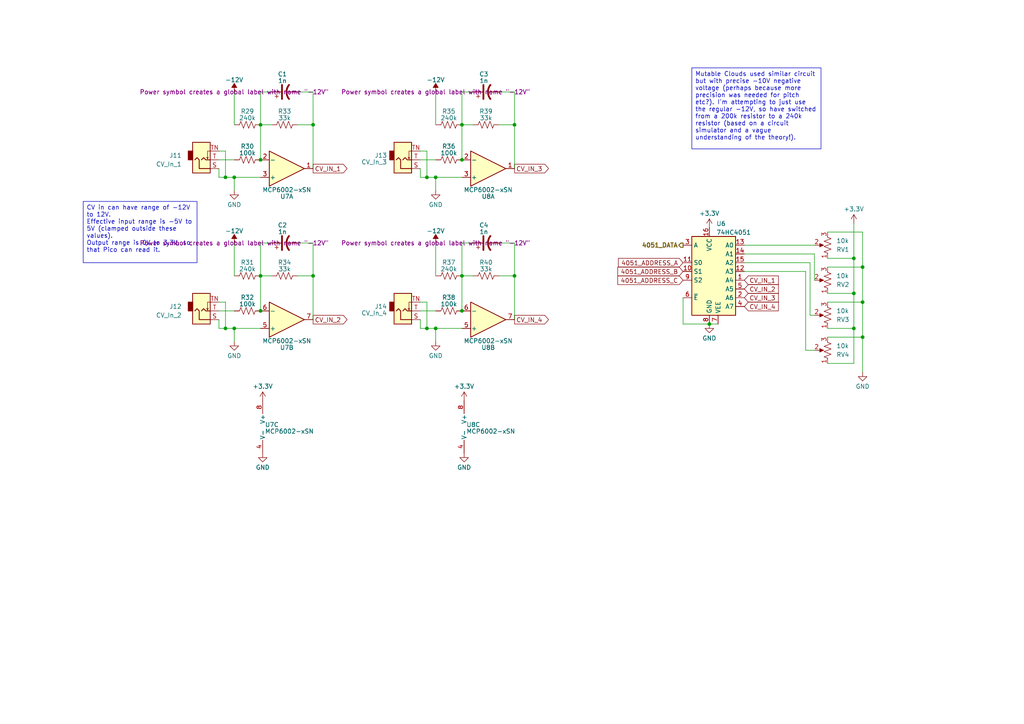
<source format=kicad_sch>
(kicad_sch (version 20250114) (generator "eeschema") (generator_version "9.0")
  (paper "A4")
  (lib_symbols
    (symbol "74xx:74HC4051"
      (property "Reference" "U" (at -5.08 11.43 0))
      (property "Value" "74HC4051" (at -7.62 -13.97 0))
      (symbol "74HC4051_0_1"
        (rectangle (start -5.08 10.16) (end 7.62 -12.7) (stroke (width 0.254)) (fill (type background)))
      )
      (symbol "74HC4051_1_1"
        (pin passive line (at -7.62 7.62 0) (length 2.54) (name "A") (number "3"))
        (pin input line (at -7.62 2.54 0) (length 2.54) (name "S0") (number "11"))
        (pin input line (at -7.62 0 0) (length 2.54) (name "S1") (number "10"))
        (pin input line (at -7.62 -2.54 0) (length 2.54) (name "S2") (number "9"))
        (pin input line (at -7.62 -7.62 0) (length 2.54) (name "~{E}") (number "6"))
        (pin power_in line (at 0 12.7 270) (length 2.54) (name "VCC") (number "16"))
        (pin power_in line (at 0 -15.24 90) (length 2.54) (name "GND") (number "8"))
        (pin power_in line (at 2.54 -15.24 90) (length 2.54) (name "VEE") (number "7"))
        (pin passive line (at 10.16 7.62 180) (length 2.54) (name "A0") (number "13"))
        (pin passive line (at 10.16 5.08 180) (length 2.54) (name "A1") (number "14"))
        (pin passive line (at 10.16 2.54 180) (length 2.54) (name "A2") (number "15"))
        (pin passive line (at 10.16 0 180) (length 2.54) (name "A3") (number "12"))
        (pin passive line (at 10.16 -2.54 180) (length 2.54) (name "A4") (number "1"))
        (pin passive line (at 10.16 -5.08 180) (length 2.54) (name "A5") (number "5"))
        (pin passive line (at 10.16 -7.62 180) (length 2.54) (name "A6") (number "2"))
        (pin passive line (at 10.16 -10.16 180) (length 2.54) (name "A7") (number "4"))
      )
    )
    (symbol "Amplifier_Operational:MCP6002-xSN" (pin_names (offset 0.127))
      (property "Reference" "U" (at 0 5.08 0))
      (property "Value" "MCP6002-xSN" (at 0 -5.08 0))
      (symbol "MCP6002-xSN_1_1"
        (polyline (pts (xy -5.08 5.08) (xy 5.08 0) (xy -5.08 -5.08) (xy -5.08 5.08)) (stroke (width 0.254)) (fill (type background)))
        (pin input line (at -7.62 2.54 0) (length 2.54) (name "+") (number "3"))
        (pin input line (at -7.62 -2.54 0) (length 2.54) (name "-") (number "2"))
        (pin output line (at 7.62 0 180) (length 2.54) (name "~") (number "1"))
      )
      (symbol "MCP6002-xSN_2_1"
        (polyline (pts (xy -5.08 5.08) (xy 5.08 0) (xy -5.08 -5.08) (xy -5.08 5.08)) (stroke (width 0.254)) (fill (type background)))
        (pin input line (at -7.62 2.54 0) (length 2.54) (name "+") (number "5"))
        (pin input line (at -7.62 -2.54 0) (length 2.54) (name "-") (number "6"))
        (pin output line (at 7.62 0 180) (length 2.54) (name "~") (number "7"))
      )
      (symbol "MCP6002-xSN_3_1"
        (pin power_in line (at -2.54 7.62 270) (length 3.81) (name "V+") (number "8"))
        (pin power_in line (at -2.54 -7.62 90) (length 3.81) (name "V-") (number "4"))
      )
    )
    (symbol "Connector_Audio:AudioJack2_SwitchT"
      (property "Reference" "J" (at 0 8.89 0))
      (property "Value" "AudioJack2_SwitchT" (at 0 6.35 0))
      (symbol "AudioJack2_SwitchT_0_1"
        (rectangle (start -2.54 0) (end -3.81 -2.54) (stroke (width 0.254)) (fill (type outline)))
        (polyline (pts (xy 0 0) (xy 0.635 -0.635) (xy 1.27 0) (xy 2.54 0)) (stroke (width 0.254)))
        (polyline (pts (xy 1.778 -0.254) (xy 2.032 -0.762)))
        (rectangle (start 2.54 3.81) (end -2.54 -5.08) (stroke (width 0.254)) (fill (type background)))
        (polyline (pts (xy 2.54 2.54) (xy -0.635 2.54) (xy -0.635 0) (xy -1.27 -0.635) (xy -1.905 0)) (stroke (width 0.254)))
        (polyline (pts (xy 2.54 -2.54) (xy 1.778 -2.54) (xy 1.778 -0.254) (xy 1.524 -0.762)))
      )
      (symbol "AudioJack2_SwitchT_1_1"
        (pin passive line (at 5.08 2.54 180) (length 2.54) (name "~") (number "S"))
        (pin passive line (at 5.08 0 180) (length 2.54) (name "~") (number "T"))
        (pin passive line (at 5.08 -2.54 180) (length 2.54) (name "~") (number "TN"))
      )
    )
    (symbol "Device:C_Polarized_US" (pin_numbers (hide yes)) (pin_names (offset 0.254) (hide yes))
      (property "Reference" "C" (at 0.635 2.54 0))
      (property "Value" "C_Polarized_US" (at 0.635 -2.54 0))
      (symbol "C_Polarized_US_0_1"
        (polyline (pts (xy -2.032 0.762) (xy 2.032 0.762)) (stroke (width 0.508)))
        (polyline (pts (xy -1.778 2.286) (xy -0.762 2.286)))
        (polyline (pts (xy -1.27 1.778) (xy -1.27 2.794)))
        (arc (start -2.032 -1.27) (mid 0 -0.5572) (end 2.032 -1.27) (stroke (width 0.508)))
      )
      (symbol "C_Polarized_US_1_1"
        (pin passive line (at 0 3.81 270) (length 2.794) (name "~") (number "1"))
        (pin passive line (at 0 -3.81 90) (length 3.302) (name "~") (number "2"))
      )
    )
    (symbol "Device:R_Potentiometer_US" (pin_names (offset 1.016) (hide yes))
      (property "Reference" "RV" (at -4.445 0 90))
      (property "Value" "R_Potentiometer_US" (at -2.54 0 90))
      (symbol "R_Potentiometer_US_0_1"
        (polyline (pts (xy 0 2.54) (xy 0 2.286)))
        (polyline (pts (xy 0 2.286) (xy 1.016 1.905) (xy 0 1.524) (xy -1.016 1.143) (xy 0 0.762)))
        (polyline (pts (xy 0 0.762) (xy 1.016 0.381) (xy 0 0) (xy -1.016 -0.381) (xy 0 -0.762)))
        (polyline (pts (xy 0 -0.762) (xy 1.016 -1.143) (xy 0 -1.524) (xy -1.016 -1.905) (xy 0 -2.286)))
        (polyline (pts (xy 0 -2.286) (xy 0 -2.54)))
        (polyline (pts (xy 1.143 0) (xy 2.286 0.508) (xy 2.286 -0.508) (xy 1.143 0)) (fill (type outline)))
        (polyline (pts (xy 2.54 0) (xy 1.524 0)))
      )
      (symbol "R_Potentiometer_US_1_1"
        (pin passive line (at 0 3.81 270) (length 1.27) (name "1") (number "1"))
        (pin passive line (at 0 -3.81 90) (length 1.27) (name "3") (number "3"))
        (pin passive line (at 3.81 0 180) (length 1.27) (name "2") (number "2"))
      )
    )
    (symbol "Device:R_US" (pin_numbers (hide yes)) (pin_names (offset 0))
      (property "Reference" "R" (at 2.54 0 90))
      (property "Value" "R_US" (at -2.54 0 90))
      (symbol "R_US_0_1"
        (polyline (pts (xy 0 2.286) (xy 0 2.54)))
        (polyline (pts (xy 0 2.286) (xy 1.016 1.905) (xy 0 1.524) (xy -1.016 1.143) (xy 0 0.762)))
        (polyline (pts (xy 0 0.762) (xy 1.016 0.381) (xy 0 0) (xy -1.016 -0.381) (xy 0 -0.762)))
        (polyline (pts (xy 0 -0.762) (xy 1.016 -1.143) (xy 0 -1.524) (xy -1.016 -1.905) (xy 0 -2.286)))
        (polyline (pts (xy 0 -2.286) (xy 0 -2.54)))
      )
      (symbol "R_US_1_1"
        (pin passive line (at 0 3.81 270) (length 1.27) (name "~") (number "1"))
        (pin passive line (at 0 -3.81 90) (length 1.27) (name "~") (number "2"))
      )
    )
    (symbol "power:+3.3V" (power) (pin_numbers (hide yes)) (pin_names (offset 0) (hide yes))
      (property "Value" "+3.3V" (at 0 3.556 0))
      (symbol "+3.3V_0_1"
        (polyline (pts (xy -0.762 1.27) (xy 0 2.54)))
        (polyline (pts (xy 0 2.54) (xy 0.762 1.27)))
        (polyline (pts (xy 0 0) (xy 0 2.54)))
      )
      (symbol "+3.3V_1_1"
        (pin power_in line (at 0 0 90) (length 0) (name "~") (number "1"))
      )
    )
    (symbol "power:-12V" (power) (pin_numbers (hide yes)) (pin_names (offset 0) (hide yes))
      (property "Value" "-12V" (at 0 3.556 0))
      (symbol "-12V_0_0"
        (pin power_in line (at 0 0 90) (length 0) (name "~") (number "1"))
      )
      (symbol "-12V_0_1"
        (polyline (pts (xy 0 0) (xy 0 1.27) (xy 0.762 1.27) (xy 0 2.54) (xy -0.762 1.27) (xy 0 1.27)) (fill (type outline)))
      )
    )
    (symbol "power:GND" (power) (pin_numbers (hide yes)) (pin_names (offset 0) (hide yes))
      (property "Value" "GND" (at 0 -3.81 0))
      (symbol "GND_0_1"
        (polyline (pts (xy 0 0) (xy 0 -1.27) (xy 1.27 -1.27) (xy 0 -2.54) (xy -1.27 -1.27) (xy 0 -1.27)))
      )
      (symbol "GND_1_1"
        (pin power_in line (at 0 0 270) (length 0) (name "~") (number "1"))
      )
    )
  )
  (text_box "CV in can have range of -12V to 12V.\nEffective input range is -5V to 5V (clamped outside these values).\nOutput range is 0V to 3.3V, so that Pico can read it." (at 24.13 58.42 0) (size 33.02 17.78) (margins 0.9525 0.9525 0.9525 0.9525) (effects (font (size 1.27 1.27)) (justify left top)))
  (text_box "Mutable Clouds used similar circuit but with precise -10V negative voltage (perhaps because more precision was needed for pitch etc?). I'm attempting to just use the regular -12V, so have switched from a 200k resistor to a 240k resistor (based on a circuit simulator and a vague understanding of the theory!)." (at 200.66 19.685 0) (size 37.465 23.495) (margins 0.9525 0.9525 0.9525 0.9525) (effects (font (size 1.27 1.27)) (justify left top)))
  (junction (at 65.405 95.25))
  (junction (at 75.565 90.17))
  (junction (at 250.19 87.63))
  (junction (at 67.945 95.25))
  (junction (at 75.565 36.195))
  (junction (at 75.565 46.355))
  (junction (at 90.805 36.195))
  (junction (at 133.985 36.195))
  (junction (at 247.65 74.93))
  (junction (at 247.65 85.09))
  (junction (at 90.805 80.01))
  (junction (at 149.225 80.01))
  (junction (at 75.565 80.01))
  (junction (at 67.945 51.435))
  (junction (at 126.365 51.435))
  (junction (at 123.825 95.25))
  (junction (at 247.65 95.25))
  (junction (at 250.19 77.47))
  (junction (at 205.74 93.98))
  (junction (at 133.985 80.01))
  (junction (at 149.225 36.195))
  (junction (at 65.405 51.435))
  (junction (at 133.985 90.17))
  (junction (at 126.365 95.25))
  (junction (at 250.19 97.79))
  (junction (at 123.825 51.435))
  (junction (at 133.985 46.355))
  (wire (pts (xy 247.65 105.41) (xy 247.65 95.25)))
  (wire (pts (xy 67.945 95.25) (xy 67.945 99.06)))
  (wire (pts (xy 121.92 48.895) (xy 121.92 51.435)))
  (wire (pts (xy 133.985 36.195) (xy 133.985 46.355)))
  (wire (pts (xy 240.03 67.31) (xy 250.19 67.31)))
  (wire (pts (xy 137.16 36.195) (xy 133.985 36.195)))
  (wire (pts (xy 234.95 91.44) (xy 236.22 91.44)))
  (wire (pts (xy 240.03 97.79) (xy 250.19 97.79)))
  (wire (pts (xy 90.805 80.01) (xy 90.805 92.71)))
  (wire (pts (xy 121.92 43.815) (xy 123.825 43.815)))
  (wire (pts (xy 78.74 70.485) (xy 75.565 70.485)))
  (wire (pts (xy 78.74 80.01) (xy 75.565 80.01)))
  (wire (pts (xy 63.5 43.815) (xy 65.405 43.815)))
  (wire (pts (xy 65.405 87.63) (xy 65.405 95.25)))
  (wire (pts (xy 250.19 67.31) (xy 250.19 77.47)))
  (wire (pts (xy 63.5 87.63) (xy 65.405 87.63)))
  (wire (pts (xy 247.65 74.93) (xy 240.03 74.93)))
  (wire (pts (xy 215.9 76.2) (xy 234.95 76.2)))
  (wire (pts (xy 75.565 80.01) (xy 75.565 90.17)))
  (wire (pts (xy 240.03 77.47) (xy 250.19 77.47)))
  (wire (pts (xy 250.19 87.63) (xy 250.19 97.79)))
  (wire (pts (xy 121.92 51.435) (xy 123.825 51.435)))
  (wire (pts (xy 215.9 78.74) (xy 233.68 78.74)))
  (wire (pts (xy 240.03 95.25) (xy 247.65 95.25)))
  (wire (pts (xy 215.9 73.66) (xy 236.22 73.66)))
  (wire (pts (xy 144.78 26.67) (xy 149.225 26.67)))
  (wire (pts (xy 240.03 105.41) (xy 247.65 105.41)))
  (wire (pts (xy 137.16 70.485) (xy 133.985 70.485)))
  (wire (pts (xy 123.825 87.63) (xy 123.825 95.25)))
  (wire (pts (xy 63.5 51.435) (xy 65.405 51.435)))
  (wire (pts (xy 126.365 95.25) (xy 126.365 99.06)))
  (wire (pts (xy 126.365 51.435) (xy 126.365 55.245)))
  (wire (pts (xy 233.68 101.6) (xy 236.22 101.6)))
  (wire (pts (xy 198.12 93.98) (xy 198.12 86.36)))
  (wire (pts (xy 137.16 26.67) (xy 133.985 26.67)))
  (wire (pts (xy 149.225 80.01) (xy 149.225 92.71)))
  (wire (pts (xy 90.805 26.67) (xy 90.805 36.195)))
  (wire (pts (xy 121.92 95.25) (xy 123.825 95.25)))
  (wire (pts (xy 240.03 87.63) (xy 250.19 87.63)))
  (wire (pts (xy 67.945 70.485) (xy 67.945 80.01)))
  (wire (pts (xy 126.365 51.435) (xy 133.985 51.435)))
  (wire (pts (xy 121.92 92.71) (xy 121.92 95.25)))
  (wire (pts (xy 123.825 95.25) (xy 126.365 95.25)))
  (wire (pts (xy 247.65 64.77) (xy 247.65 74.93)))
  (wire (pts (xy 250.19 97.79) (xy 250.19 107.95)))
  (wire (pts (xy 65.405 51.435) (xy 67.945 51.435)))
  (wire (pts (xy 149.225 36.195) (xy 149.225 48.895)))
  (wire (pts (xy 86.36 36.195) (xy 90.805 36.195)))
  (wire (pts (xy 65.405 95.25) (xy 67.945 95.25)))
  (wire (pts (xy 75.565 36.195) (xy 75.565 46.355)))
  (wire (pts (xy 78.74 26.67) (xy 75.565 26.67)))
  (wire (pts (xy 247.65 85.09) (xy 247.65 74.93)))
  (wire (pts (xy 250.19 77.47) (xy 250.19 87.63)))
  (wire (pts (xy 144.78 70.485) (xy 149.225 70.485)))
  (wire (pts (xy 121.92 46.355) (xy 126.365 46.355)))
  (wire (pts (xy 149.225 26.67) (xy 149.225 36.195)))
  (wire (pts (xy 75.565 26.67) (xy 75.565 36.195)))
  (wire (pts (xy 75.565 70.485) (xy 75.565 80.01)))
  (wire (pts (xy 133.985 70.485) (xy 133.985 80.01)))
  (wire (pts (xy 67.945 95.25) (xy 75.565 95.25)))
  (wire (pts (xy 240.03 85.09) (xy 247.65 85.09)))
  (wire (pts (xy 144.78 80.01) (xy 149.225 80.01)))
  (wire (pts (xy 215.9 71.12) (xy 236.22 71.12)))
  (wire (pts (xy 247.65 95.25) (xy 247.65 85.09)))
  (wire (pts (xy 63.5 46.355) (xy 67.945 46.355)))
  (wire (pts (xy 205.74 93.98) (xy 198.12 93.98)))
  (wire (pts (xy 67.945 26.67) (xy 67.945 36.195)))
  (wire (pts (xy 86.36 26.67) (xy 90.805 26.67)))
  (wire (pts (xy 205.74 93.98) (xy 208.28 93.98)))
  (wire (pts (xy 86.36 70.485) (xy 90.805 70.485)))
  (wire (pts (xy 63.5 48.895) (xy 63.5 51.435)))
  (wire (pts (xy 133.985 80.01) (xy 133.985 90.17)))
  (wire (pts (xy 63.5 90.17) (xy 67.945 90.17)))
  (wire (pts (xy 233.68 78.74) (xy 233.68 101.6)))
  (wire (pts (xy 121.92 90.17) (xy 126.365 90.17)))
  (wire (pts (xy 126.365 95.25) (xy 133.985 95.25)))
  (wire (pts (xy 123.825 51.435) (xy 126.365 51.435)))
  (wire (pts (xy 236.22 73.66) (xy 236.22 81.28)))
  (wire (pts (xy 65.405 43.815) (xy 65.405 51.435)))
  (wire (pts (xy 144.78 36.195) (xy 149.225 36.195)))
  (wire (pts (xy 63.5 95.25) (xy 65.405 95.25)))
  (wire (pts (xy 67.945 51.435) (xy 75.565 51.435)))
  (wire (pts (xy 126.365 70.485) (xy 126.365 80.01)))
  (wire (pts (xy 149.225 70.485) (xy 149.225 80.01)))
  (wire (pts (xy 133.985 26.67) (xy 133.985 36.195)))
  (wire (pts (xy 137.16 80.01) (xy 133.985 80.01)))
  (wire (pts (xy 234.95 76.2) (xy 234.95 91.44)))
  (wire (pts (xy 90.805 70.485) (xy 90.805 80.01)))
  (wire (pts (xy 126.365 26.67) (xy 126.365 36.195)))
  (wire (pts (xy 78.74 36.195) (xy 75.565 36.195)))
  (wire (pts (xy 67.945 51.435) (xy 67.945 55.245)))
  (wire (pts (xy 90.805 36.195) (xy 90.805 48.895)))
  (wire (pts (xy 86.36 80.01) (xy 90.805 80.01)))
  (wire (pts (xy 63.5 92.71) (xy 63.5 95.25)))
  (wire (pts (xy 123.825 43.815) (xy 123.825 51.435)))
  (wire (pts (xy 121.92 87.63) (xy 123.825 87.63)))
  (global_label "CV_IN_2" (shape input) (at 215.9 83.82 0) (property "Intersheetrefs" "${INTERSHEET_REFS}" (effects (hide yes))))
  (global_label "CV_IN_1" (shape input) (at 215.9 81.28 0) (property "Intersheetrefs" "${INTERSHEET_REFS}" (effects (hide yes))))
  (global_label "CV_IN_3" (shape input) (at 215.9 86.36 0) (property "Intersheetrefs" "${INTERSHEET_REFS}" (effects (hide yes))))
  (global_label "CV_IN_3" (shape output) (at 149.225 48.895 0) (property "Intersheetrefs" "${INTERSHEET_REFS}" (effects (hide yes))))
  (global_label "4051_ADDRESS_B" (shape input) (at 198.12 78.74 180) (property "Intersheetrefs" "${INTERSHEET_REFS}" (effects (hide yes))))
  (global_label "CV_IN_4" (shape output) (at 149.225 92.71 0) (property "Intersheetrefs" "${INTERSHEET_REFS}" (effects (hide yes))))
  (global_label "CV_IN_1" (shape output) (at 90.805 48.895 0) (property "Intersheetrefs" "${INTERSHEET_REFS}" (effects (hide yes))))
  (global_label "CV_IN_4" (shape input) (at 215.9 88.9 0) (property "Intersheetrefs" "${INTERSHEET_REFS}" (effects (hide yes))))
  (global_label "CV_IN_2" (shape output) (at 90.805 92.71 0) (property "Intersheetrefs" "${INTERSHEET_REFS}" (effects (hide yes))))
  (global_label "4051_ADDRESS_A" (shape input) (at 198.12 76.2 180) (property "Intersheetrefs" "${INTERSHEET_REFS}" (effects (hide yes))))
  (global_label "4051_ADDRESS_C" (shape input) (at 198.12 81.28 180) (property "Intersheetrefs" "${INTERSHEET_REFS}" (effects (hide yes))))
  (hierarchical_label "4051_DATA" (shape output) (at 198.12 71.12 180) (effects (font (bold yes))))
  (symbol (lib_id "power:-12V") (at 126.365 70.485 0) (unit 1)
    (property "Reference" "#PWR043" (effects (hide yes)))
    (property "Value" "-12V" (at 126.365 66.9831 0))
    (property "Description" "Power symbol creates a global label with name \"-12V\"" (at 126.365 70.485 0))
  )
  (symbol (lib_id "Device:R_Potentiometer_US") (at 240.03 71.12 180) (unit 1)
    (property "Reference" "RV9" (at 242.57 72.3901 0) (effects (justify right)))
    (property "Value" "10k" (at 242.57 69.8501 0) (effects (justify right)))
    (property "Footprint" "Library:Potentiometer_Alps_RK09K_vertical_biggerholes" (effects (hide yes)))
    (instances (project "dk2_04_top" (path "" (reference "RV1") (unit 1)) (path "" (reference "RV9") (unit 1))))
  )
  (symbol (lib_id "power:GND") (at 76.2 131.445 0) (unit 1)
    (property "Reference" "#PWR040" (effects (hide yes)))
    (property "Value" "GND" (at 76.2 135.5781 0))
    (property "Description" "Power symbol creates a global label with name \"GND\" , ground" (effects (hide yes)))
  )
  (symbol (lib_id "power:GND") (at 250.19 107.95 0) (unit 1)
    (property "Reference" "#PWR050" (effects (hide yes)))
    (property "Value" "GND" (at 250.19 112.0831 0))
    (property "Description" "Power symbol creates a global label with name \"GND\" , ground" (effects (hide yes)))
    (instances (project "dk2_04_top" (path "" (reference "#PWR036") (unit 1)) (path "" (reference "#PWR050") (unit 1))))
  )
  (symbol (lib_id "Device:C_Polarized_US") (at 140.97 70.485 90) (unit 1)
    (property "Reference" "C4" (at 140.335 65.3161 90))
    (property "Value" "1n" (at 140.335 67.2371 90))
    (property "Footprint" "Capacitor_SMD:C_0603_1608Metric" (effects (hide yes)))
  )
  (symbol (lib_id "Device:R_US") (at 71.755 80.01 90) (unit 1)
    (property "Reference" "R31" (at 71.755 76.1111 90))
    (property "Value" "240k" (at 71.755 78.0321 90))
    (property "Footprint" "Resistor_SMD:R_0603_1608Metric" (effects (hide yes)))
  )
  (symbol (lib_id "Device:R_Potentiometer_US") (at 240.03 91.44 180) (unit 1)
    (property "Reference" "RV11" (at 242.57 92.7101 0) (effects (justify right)))
    (property "Value" "10k" (at 242.57 90.1701 0) (effects (justify right)))
    (property "Footprint" "Library:Potentiometer_Alps_RK09K_vertical_biggerholes" (effects (hide yes)))
    (instances (project "dk2_04_top" (path "" (reference "RV3") (unit 1)) (path "" (reference "RV11") (unit 1))))
  )
  (symbol (lib_id "power:-12V") (at 67.945 70.485 0) (unit 1)
    (property "Reference" "#PWR037" (effects (hide yes)))
    (property "Value" "-12V" (at 67.945 66.9831 0))
    (property "Description" "Power symbol creates a global label with name \"-12V\"" (at 67.945 70.485 0))
  )
  (symbol (lib_id "Amplifier_Operational:MCP6002-xSN") (at 141.605 48.895 0) (mirror x) (unit 1)
    (property "Reference" "U8" (at 141.605 56.9849 0))
    (property "Value" "MCP6002-xSN" (at 141.605 55.0639 0))
    (property "Footprint" "Package_SO:SOIC-8_3.9x4.9mm_P1.27mm" (effects (hide yes)))
    (property "Datasheet" "http://ww1.microchip.com/downloads/en/DeviceDoc/21733j.pdf" (effects (hide yes)))
  )
  (symbol (lib_id "power:GND") (at 126.365 99.06 0) (unit 1)
    (property "Reference" "#PWR044" (effects (hide yes)))
    (property "Value" "GND" (at 126.365 103.1931 0))
    (property "Description" "Power symbol creates a global label with name \"GND\" , ground" (effects (hide yes)))
  )
  (symbol (lib_id "Device:C_Polarized_US") (at 82.55 26.67 90) (unit 1)
    (property "Reference" "C1" (at 81.915 21.5011 90))
    (property "Value" "1n" (at 81.915 23.4221 90))
    (property "Footprint" "Capacitor_SMD:C_0603_1608Metric" (effects (hide yes)))
  )
  (symbol (lib_id "Device:C_Polarized_US") (at 82.55 70.485 90) (unit 1)
    (property "Reference" "C2" (at 81.915 65.3161 90))
    (property "Value" "1n" (at 81.915 67.2371 90))
    (property "Footprint" "Capacitor_SMD:C_0603_1608Metric" (effects (hide yes)))
  )
  (symbol (lib_id "Amplifier_Operational:MCP6002-xSN") (at 83.185 48.895 0) (mirror x) (unit 1)
    (property "Reference" "U7" (at 83.185 56.9849 0))
    (property "Value" "MCP6002-xSN" (at 83.185 55.0639 0))
    (property "Footprint" "Package_SO:SOIC-8_3.9x4.9mm_P1.27mm" (effects (hide yes)))
    (property "Datasheet" "http://ww1.microchip.com/downloads/en/DeviceDoc/21733j.pdf" (effects (hide yes)))
  )
  (symbol (lib_id "power:-12V") (at 126.365 26.67 0) (unit 1)
    (property "Reference" "#PWR041" (effects (hide yes)))
    (property "Value" "-12V" (at 126.365 23.1681 0))
    (property "Description" "Power symbol creates a global label with name \"-12V\"" (at 126.365 26.67 0))
  )
  (symbol (lib_id "Device:R_US") (at 82.55 80.01 90) (unit 1)
    (property "Reference" "R34" (at 82.55 76.1111 90))
    (property "Value" "33k" (at 82.55 78.0321 90))
    (property "Footprint" "Resistor_SMD:R_0603_1608Metric" (effects (hide yes)))
  )
  (symbol (lib_id "Device:R_US") (at 140.97 80.01 90) (unit 1)
    (property "Reference" "R40" (at 140.97 76.1111 90))
    (property "Value" "33k" (at 140.97 78.0321 90))
    (property "Footprint" "Resistor_SMD:R_0603_1608Metric" (effects (hide yes)))
  )
  (symbol (lib_id "power:+3.3V") (at 134.62 116.205 0) (unit 1)
    (property "Reference" "#PWR045" (effects (hide yes)))
    (property "Value" "+3.3V" (at 134.62 112.0719 0))
    (property "Description" "Power symbol creates a global label with name \"+3.3V\"" (effects (hide yes)))
  )
  (symbol (lib_id "power:+3.3V") (at 76.2 116.205 0) (unit 1)
    (property "Reference" "#PWR039" (effects (hide yes)))
    (property "Value" "+3.3V" (at 76.2 112.0719 0))
    (property "Description" "Power symbol creates a global label with name \"+3.3V\"" (effects (hide yes)))
  )
  (symbol (lib_id "Device:R_US") (at 130.175 90.17 90) (unit 1)
    (property "Reference" "R38" (at 130.175 86.2711 90))
    (property "Value" "100k" (at 130.175 88.1921 90))
    (property "Footprint" "Resistor_SMD:R_0603_1608Metric" (effects (hide yes)))
  )
  (symbol (lib_id "Connector_Audio:AudioJack2_SwitchT") (at 116.84 46.355 0) (mirror x) (unit 1)
    (property "Reference" "J13" (at 112.2681 45.0763 0) (effects (justify right)))
    (property "Value" "CV_In_3" (at 112.2681 46.9973 0) (effects (justify right)))
    (property "Footprint" "AudioJacks:Jack_3.5mm_QingPu_WQP-PJ398SM_Vertical" (effects (hide yes)))
  )
  (symbol (lib_id "power:GND") (at 67.945 99.06 0) (unit 1)
    (property "Reference" "#PWR038" (effects (hide yes)))
    (property "Value" "GND" (at 67.945 103.1931 0))
    (property "Description" "Power symbol creates a global label with name \"GND\" , ground" (effects (hide yes)))
  )
  (symbol (lib_id "power:GND") (at 134.62 131.445 0) (unit 1)
    (property "Reference" "#PWR046" (effects (hide yes)))
    (property "Value" "GND" (at 134.62 135.5781 0))
    (property "Description" "Power symbol creates a global label with name \"GND\" , ground" (effects (hide yes)))
  )
  (symbol (lib_id "Device:R_US") (at 130.175 36.195 90) (unit 1)
    (property "Reference" "R35" (at 130.175 32.2961 90))
    (property "Value" "240k" (at 130.175 34.2171 90))
    (property "Footprint" "Resistor_SMD:R_0603_1608Metric" (effects (hide yes)))
  )
  (symbol (lib_id "power:GND") (at 205.74 93.98 0) (unit 1)
    (property "Reference" "#PWR048" (effects (hide yes)))
    (property "Value" "GND" (at 205.74 98.1131 0))
    (property "Description" "Power symbol creates a global label with name \"GND\" , ground" (effects (hide yes)))
    (instances (project "dk2_04_top" (path "" (reference "#PWR029") (unit 1)) (path "" (reference "#PWR048") (unit 1))))
  )
  (symbol (lib_id "Connector_Audio:AudioJack2_SwitchT") (at 116.84 90.17 0) (mirror x) (unit 1)
    (property "Reference" "J14" (at 112.2681 88.8913 0) (effects (justify right)))
    (property "Value" "CV_In_4" (at 112.2681 90.8123 0) (effects (justify right)))
    (property "Footprint" "AudioJacks:Jack_3.5mm_QingPu_WQP-PJ398SM_Vertical" (effects (hide yes)))
  )
  (symbol (lib_id "Amplifier_Operational:MCP6002-xSN") (at 83.185 92.71 0) (mirror x) (unit 2)
    (property "Reference" "U7" (at 83.185 100.7999 0))
    (property "Value" "MCP6002-xSN" (at 83.185 98.8789 0))
    (property "Footprint" "Package_SO:SOIC-8_3.9x4.9mm_P1.27mm" (effects (hide yes)))
    (property "Datasheet" "http://ww1.microchip.com/downloads/en/DeviceDoc/21733j.pdf" (effects (hide yes)))
  )
  (symbol (lib_id "Device:R_US") (at 130.175 46.355 90) (unit 1)
    (property "Reference" "R36" (at 130.175 42.4561 90))
    (property "Value" "100k" (at 130.175 44.3771 90))
    (property "Footprint" "Resistor_SMD:R_0603_1608Metric" (effects (hide yes)))
  )
  (symbol (lib_id "power:GND") (at 126.365 55.245 0) (unit 1)
    (property "Reference" "#PWR042" (effects (hide yes)))
    (property "Value" "GND" (at 126.365 59.3781 0))
    (property "Description" "Power symbol creates a global label with name \"GND\" , ground" (effects (hide yes)))
  )
  (symbol (lib_id "Device:R_US") (at 71.755 36.195 90) (unit 1)
    (property "Reference" "R29" (at 71.755 32.2961 90))
    (property "Value" "240k" (at 71.755 34.2171 90))
    (property "Footprint" "Resistor_SMD:R_0603_1608Metric" (effects (hide yes)))
  )
  (symbol (lib_id "Amplifier_Operational:MCP6002-xSN") (at 78.74 123.825 0) (unit 3)
    (property "Reference" "U7" (at 76.835 123.1813 0) (effects (justify left)))
    (property "Value" "MCP6002-xSN" (at 76.835 125.1023 0) (effects (justify left)))
    (property "Footprint" "Package_SO:SOIC-8_3.9x4.9mm_P1.27mm" (effects (hide yes)))
    (property "Datasheet" "http://ww1.microchip.com/downloads/en/DeviceDoc/21733j.pdf" (effects (hide yes)))
  )
  (symbol (lib_id "Device:R_Potentiometer_US") (at 240.03 81.28 180) (unit 1)
    (property "Reference" "RV10" (at 242.57 82.5501 0) (effects (justify right)))
    (property "Value" "10k" (at 242.57 80.0101 0) (effects (justify right)))
    (property "Footprint" "Library:Potentiometer_Alps_RK09K_vertical_biggerholes" (effects (hide yes)))
    (instances (project "dk2_04_top" (path "" (reference "RV2") (unit 1)) (path "" (reference "RV10") (unit 1))))
  )
  (symbol (lib_id "Device:C_Polarized_US") (at 140.97 26.67 90) (unit 1)
    (property "Reference" "C3" (at 140.335 21.5011 90))
    (property "Value" "1n" (at 140.335 23.4221 90))
    (property "Footprint" "Capacitor_SMD:C_0603_1608Metric" (effects (hide yes)))
  )
  (symbol (lib_id "power:GND") (at 67.945 55.245 0) (unit 1)
    (property "Reference" "#PWR036" (effects (hide yes)))
    (property "Value" "GND" (at 67.945 59.3781 0))
    (property "Description" "Power symbol creates a global label with name \"GND\" , ground" (effects (hide yes)))
  )
  (symbol (lib_id "Connector_Audio:AudioJack2_SwitchT") (at 58.42 90.17 0) (mirror x) (unit 1)
    (property "Reference" "J12" (at 52.705 88.9 0) (effects (justify right)))
    (property "Value" "CV_In_2" (at 52.705 91.44 0) (effects (justify right)))
    (property "Footprint" "AudioJacks:Jack_3.5mm_QingPu_WQP-PJ398SM_Vertical" (effects (hide yes)))
  )
  (symbol (lib_id "Device:R_Potentiometer_US") (at 240.03 101.6 180) (unit 1)
    (property "Reference" "RV12" (at 242.57 102.8701 0) (effects (justify right)))
    (property "Value" "10k" (at 242.57 100.3301 0) (effects (justify right)))
    (property "Footprint" "Library:Potentiometer_Alps_RK09K_vertical_biggerholes" (effects (hide yes)))
    (instances (project "dk2_04_top" (path "" (reference "RV4") (unit 1)) (path "" (reference "RV12") (unit 1))))
  )
  (symbol (lib_id "power:-12V") (at 67.945 26.67 0) (unit 1)
    (property "Reference" "#PWR035" (effects (hide yes)))
    (property "Value" "-12V" (at 67.945 23.1681 0))
    (property "Description" "Power symbol creates a global label with name \"-12V\"" (at 67.945 26.67 0))
  )
  (symbol (lib_id "power:+3.3V") (at 205.74 66.04 0) (unit 1)
    (property "Reference" "#PWR047" (effects (hide yes)))
    (property "Value" "+3.3V" (at 205.74 61.9069 0))
    (property "Description" "Power symbol creates a global label with name \"+3.3V\"" (effects (hide yes)))
    (instances (project "dk2_04_top" (path "" (reference "#PWR028") (unit 1)) (path "" (reference "#PWR047") (unit 1))))
  )
  (symbol (lib_id "Device:R_US") (at 140.97 36.195 90) (unit 1)
    (property "Reference" "R39" (at 140.97 32.2961 90))
    (property "Value" "33k" (at 140.97 34.2171 90))
    (property "Footprint" "Resistor_SMD:R_0603_1608Metric" (effects (hide yes)))
  )
  (symbol (lib_id "power:+3.3V") (at 247.65 64.77 0) (unit 1)
    (property "Reference" "#PWR049" (effects (hide yes)))
    (property "Value" "+3.3V" (at 247.65 60.6369 0))
    (property "Description" "Power symbol creates a global label with name \"+3.3V\"" (effects (hide yes)))
    (instances (project "dk2_04_top" (path "" (reference "#PWR035") (unit 1)) (path "" (reference "#PWR049") (unit 1))))
  )
  (symbol (lib_id "Device:R_US") (at 71.755 46.355 90) (unit 1)
    (property "Reference" "R30" (at 71.755 42.4561 90))
    (property "Value" "100k" (at 71.755 44.3771 90))
    (property "Footprint" "Resistor_SMD:R_0603_1608Metric" (effects (hide yes)))
  )
  (symbol (lib_id "Amplifier_Operational:MCP6002-xSN") (at 141.605 92.71 0) (mirror x) (unit 2)
    (property "Reference" "U8" (at 141.605 100.7999 0))
    (property "Value" "MCP6002-xSN" (at 141.605 98.8789 0))
    (property "Footprint" "Package_SO:SOIC-8_3.9x4.9mm_P1.27mm" (effects (hide yes)))
    (property "Datasheet" "http://ww1.microchip.com/downloads/en/DeviceDoc/21733j.pdf" (effects (hide yes)))
  )
  (symbol (lib_id "Device:R_US") (at 130.175 80.01 90) (unit 1)
    (property "Reference" "R37" (at 130.175 76.1111 90))
    (property "Value" "240k" (at 130.175 78.0321 90))
    (property "Footprint" "Resistor_SMD:R_0603_1608Metric" (effects (hide yes)))
  )
  (symbol (lib_id "Connector_Audio:AudioJack2_SwitchT") (at 58.42 46.355 0) (mirror x) (unit 1)
    (property "Reference" "J11" (at 52.705 45.085 0) (effects (justify right)))
    (property "Value" "CV_In_1" (at 52.705 47.625 0) (effects (justify right)))
    (property "Footprint" "AudioJacks:Jack_3.5mm_QingPu_WQP-PJ398SM_Vertical" (effects (hide yes)))
  )
  (symbol (lib_id "Device:R_US") (at 71.755 90.17 90) (unit 1)
    (property "Reference" "R32" (at 71.755 86.2711 90))
    (property "Value" "100k" (at 71.755 88.1921 90))
    (property "Footprint" "Resistor_SMD:R_0603_1608Metric" (effects (hide yes)))
  )
  (symbol (lib_id "Amplifier_Operational:MCP6002-xSN") (at 137.16 123.825 0) (unit 3)
    (property "Reference" "U8" (at 135.255 123.1813 0) (effects (justify left)))
    (property "Value" "MCP6002-xSN" (at 135.255 125.1023 0) (effects (justify left)))
    (property "Footprint" "Package_SO:SOIC-8_3.9x4.9mm_P1.27mm" (effects (hide yes)))
    (property "Datasheet" "http://ww1.microchip.com/downloads/en/DeviceDoc/21733j.pdf" (effects (hide yes)))
  )
  (symbol (lib_id "Device:R_US") (at 82.55 36.195 90) (unit 1)
    (property "Reference" "R33" (at 82.55 32.2961 90))
    (property "Value" "33k" (at 82.55 34.2171 90))
    (property "Footprint" "Resistor_SMD:R_0603_1608Metric" (effects (hide yes)))
  )
  (symbol (lib_id "74xx:74HC4051") (at 205.74 78.74 0) (unit 1)
    (property "Reference" "U9" (at 207.7594 64.8802 0) (effects (justify left)))
    (property "Value" "74HC4051" (at 207.7594 67.4171 0) (effects (justify left)))
    (property "Footprint" "Package_SO:SOIC-16_3.9x9.9mm_P1.27mm" (effects (hide yes)))
    (property "Datasheet" "http://www.ti.com/lit/ds/symlink/cd74hc4051.pdf" (effects (hide yes)))
    (instances (project "dk2_04_top" (path "" (reference "U6") (unit 1)) (path "" (reference "U9") (unit 1))))
  )
)
</source>
